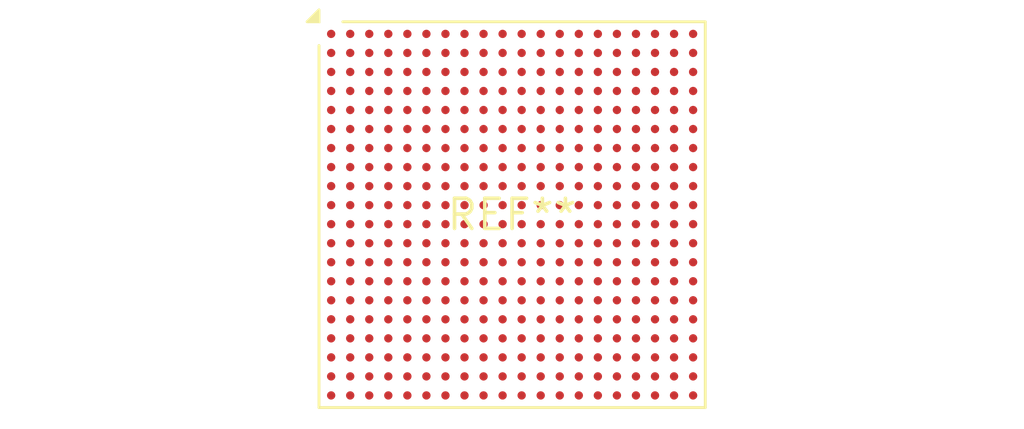
<source format=kicad_pcb>
(kicad_pcb (version 20240108) (generator pcbnew)
  (layers (0 "F.Cu" signal) (31 "B.Cu" signal) (34 "B.Paste" user) (35 "F.Paste" user) (36 "B.SilkS" user "B.Silkscreen") (37 "F.SilkS" user "F.Silkscreen") (38 "B.Mask" user) (39 "F.Mask" user) (44 "Edge.Cuts" user))
  (net 0 "")
  (footprint "LFBGA-400_16x16mm_Layout20x20_P0.8mm" (layer "F.Cu") (at 0 0)
    (property "Reference" "REF**")
    (property "Value" "LFBGA-400_16x16mm_Layout20x20_P0.8mm")
    (fp_line (start -8.11 8.11) (end -8.11 -7.11) (layer "F.SilkS") (stroke (width 0.12)))
    (fp_line (start -7.11 -8.11) (end 8.11 -8.11) (layer "F.SilkS") (stroke (width 0.12)))
    (fp_line (start 8.11 -8.11) (end 8.11 8.11) (layer "F.SilkS") (stroke (width 0.12)))
    (fp_line (start 8.11 8.11) (end -8.11 8.11) (layer "F.SilkS") (stroke (width 0.12)))
    (fp_poly (pts (xy -8.11 -8.11) (xy -8.61 -8.11) (xy -8.11 -8.61) (xy -8.11 -8.11)) (layer "F.SilkS") (stroke (width 0.12)) (fill solid))
    (pad "A1" smd circle (at -7.6 -7.6) (size 0.35 0.35) (property pad_prop_bga) (layers "F.Cu" "F.Paste" "F.Mask"))
    (pad "A2" smd circle (at -6.8 -7.6) (size 0.35 0.35) (property pad_prop_bga) (layers "F.Cu" "F.Paste" "F.Mask"))
    (pad "A3" smd circle (at -6 -7.6) (size 0.35 0.35) (property pad_prop_bga) (layers "F.Cu" "F.Paste" "F.Mask"))
    (pad "A4" smd circle (at -5.2 -7.6) (size 0.35 0.35) (property pad_prop_bga) (layers "F.Cu" "F.Paste" "F.Mask"))
    (pad "A5" smd circle (at -4.4 -7.6) (size 0.35 0.35) (property pad_prop_bga) (layers "F.Cu" "F.Paste" "F.Mask"))
    (pad "A6" smd circle (at -3.6 -7.6) (size 0.35 0.35) (property pad_prop_bga) (layers "F.Cu" "F.Paste" "F.Mask"))
    (pad "A7" smd circle (at -2.8 -7.6) (size 0.35 0.35) (property pad_prop_bga) (layers "F.Cu" "F.Paste" "F.Mask"))
    (pad "A8" smd circle (at -2 -7.6) (size 0.35 0.35) (property pad_prop_bga) (layers "F.Cu" "F.Paste" "F.Mask"))
    (pad "A9" smd circle (at -1.2 -7.6) (size 0.35 0.35) (property pad_prop_bga) (layers "F.Cu" "F.Paste" "F.Mask"))
    (pad "A10" smd circle (at -0.4 -7.6) (size 0.35 0.35) (property pad_prop_bga) (layers "F.Cu" "F.Paste" "F.Mask"))
    (pad "A11" smd circle (at 0.4 -7.6) (size 0.35 0.35) (property pad_prop_bga) (layers "F.Cu" "F.Paste" "F.Mask"))
    (pad "A12" smd circle (at 1.2 -7.6) (size 0.35 0.35) (property pad_prop_bga) (layers "F.Cu" "F.Paste" "F.Mask"))
    (pad "A13" smd circle (at 2 -7.6) (size 0.35 0.35) (property pad_prop_bga) (layers "F.Cu" "F.Paste" "F.Mask"))
    (pad "A14" smd circle (at 2.8 -7.6) (size 0.35 0.35) (property pad_prop_bga) (layers "F.Cu" "F.Paste" "F.Mask"))
    (pad "A15" smd circle (at 3.6 -7.6) (size 0.35 0.35) (property pad_prop_bga) (layers "F.Cu" "F.Paste" "F.Mask"))
    (pad "A16" smd circle (at 4.4 -7.6) (size 0.35 0.35) (property pad_prop_bga) (layers "F.Cu" "F.Paste" "F.Mask"))
    (pad "A17" smd circle (at 5.2 -7.6) (size 0.35 0.35) (property pad_prop_bga) (layers "F.Cu" "F.Paste" "F.Mask"))
    (pad "A18" smd circle (at 6 -7.6) (size 0.35 0.35) (property pad_prop_bga) (layers "F.Cu" "F.Paste" "F.Mask"))
    (pad "A19" smd circle (at 6.8 -7.6) (size 0.35 0.35) (property pad_prop_bga) (layers "F.Cu" "F.Paste" "F.Mask"))
    (pad "A20" smd circle (at 7.6 -7.6) (size 0.35 0.35) (property pad_prop_bga) (layers "F.Cu" "F.Paste" "F.Mask"))
    (pad "B1" smd circle (at -7.6 -6.8) (size 0.35 0.35) (property pad_prop_bga) (layers "F.Cu" "F.Paste" "F.Mask"))
    (pad "B2" smd circle (at -6.8 -6.8) (size 0.35 0.35) (property pad_prop_bga) (layers "F.Cu" "F.Paste" "F.Mask"))
    (pad "B3" smd circle (at -6 -6.8) (size 0.35 0.35) (property pad_prop_bga) (layers "F.Cu" "F.Paste" "F.Mask"))
    (pad "B4" smd circle (at -5.2 -6.8) (size 0.35 0.35) (property pad_prop_bga) (layers "F.Cu" "F.Paste" "F.Mask"))
    (pad "B5" smd circle (at -4.4 -6.8) (size 0.35 0.35) (property pad_prop_bga) (layers "F.Cu" "F.Paste" "F.Mask"))
    (pad "B6" smd circle (at -3.6 -6.8) (size 0.35 0.35) (property pad_prop_bga) (layers "F.Cu" "F.Paste" "F.Mask"))
    (pad "B7" smd circle (at -2.8 -6.8) (size 0.35 0.35) (property pad_prop_bga) (layers "F.Cu" "F.Paste" "F.Mask"))
    (pad "B8" smd circle (at -2 -6.8) (size 0.35 0.35) (property pad_prop_bga) (layers "F.Cu" "F.Paste" "F.Mask"))
    (pad "B9" smd circle (at -1.2 -6.8) (size 0.35 0.35) (property pad_prop_bga) (layers "F.Cu" "F.Paste" "F.Mask"))
    (pad "B10" smd circle (at -0.4 -6.8) (size 0.35 0.35) (property pad_prop_bga) (layers "F.Cu" "F.Paste" "F.Mask"))
    (pad "B11" smd circle (at 0.4 -6.8) (size 0.35 0.35) (property pad_prop_bga) (layers "F.Cu" "F.Paste" "F.Mask"))
    (pad "B12" smd circle (at 1.2 -6.8) (size 0.35 0.35) (property pad_prop_bga) (layers "F.Cu" "F.Paste" "F.Mask"))
    (pad "B13" smd circle (at 2 -6.8) (size 0.35 0.35) (property pad_prop_bga) (layers "F.Cu" "F.Paste" "F.Mask"))
    (pad "B14" smd circle (at 2.8 -6.8) (size 0.35 0.35) (property pad_prop_bga) (layers "F.Cu" "F.Paste" "F.Mask"))
    (pad "B15" smd circle (at 3.6 -6.8) (size 0.35 0.35) (property pad_prop_bga) (layers "F.Cu" "F.Paste" "F.Mask"))
    (pad "B16" smd circle (at 4.4 -6.8) (size 0.35 0.35) (property pad_prop_bga) (layers "F.Cu" "F.Paste" "F.Mask"))
    (pad "B17" smd circle (at 5.2 -6.8) (size 0.35 0.35) (property pad_prop_bga) (layers "F.Cu" "F.Paste" "F.Mask"))
    (pad "B18" smd circle (at 6 -6.8) (size 0.35 0.35) (property pad_prop_bga) (layers "F.Cu" "F.Paste" "F.Mask"))
    (pad "B19" smd circle (at 6.8 -6.8) (size 0.35 0.35) (property pad_prop_bga) (layers "F.Cu" "F.Paste" "F.Mask"))
    (pad "B20" smd circle (at 7.6 -6.8) (size 0.35 0.35) (property pad_prop_bga) (layers "F.Cu" "F.Paste" "F.Mask"))
    (pad "C1" smd circle (at -7.6 -6) (size 0.35 0.35) (property pad_prop_bga) (layers "F.Cu" "F.Paste" "F.Mask"))
    (pad "C2" smd circle (at -6.8 -6) (size 0.35 0.35) (property pad_prop_bga) (layers "F.Cu" "F.Paste" "F.Mask"))
    (pad "C3" smd circle (at -6 -6) (size 0.35 0.35) (property pad_prop_bga) (layers "F.Cu" "F.Paste" "F.Mask"))
    (pad "C4" smd circle (at -5.2 -6) (size 0.35 0.35) (property pad_prop_bga) (layers "F.Cu" "F.Paste" "F.Mask"))
    (pad "C5" smd circle (at -4.4 -6) (size 0.35 0.35) (property pad_prop_bga) (layers "F.Cu" "F.Paste" "F.Mask"))
    (pad "C6" smd circle (at -3.6 -6) (size 0.35 0.35) (property pad_prop_bga) (layers "F.Cu" "F.Paste" "F.Mask"))
    (pad "C7" smd circle (at -2.8 -6) (size 0.35 0.35) (property pad_prop_bga) (layers "F.Cu" "F.Paste" "F.Mask"))
    (pad "C8" smd circle (at -2 -6) (size 0.35 0.35) (property pad_prop_bga) (layers "F.Cu" "F.Paste" "F.Mask"))
    (pad "C9" smd circle (at -1.2 -6) (size 0.35 0.35) (property pad_prop_bga) (layers "F.Cu" "F.Paste" "F.Mask"))
    (pad "C10" smd circle (at -0.4 -6) (size 0.35 0.35) (property pad_prop_bga) (layers "F.Cu" "F.Paste" "F.Mask"))
    (pad "C11" smd circle (at 0.4 -6) (size 0.35 0.35) (property pad_prop_bga) (layers "F.Cu" "F.Paste" "F.Mask"))
    (pad "C12" smd circle (at 1.2 -6) (size 0.35 0.35) (property pad_prop_bga) (layers "F.Cu" "F.Paste" "F.Mask"))
    (pad "C13" smd circle (at 2 -6) (size 0.35 0.35) (property pad_prop_bga) (layers "F.Cu" "F.Paste" "F.Mask"))
    (pad "C14" smd circle (at 2.8 -6) (size 0.35 0.35) (property pad_prop_bga) (layers "F.Cu" "F.Paste" "F.Mask"))
    (pad "C15" smd circle (at 3.6 -6) (size 0.35 0.35) (property pad_prop_bga) (layers "F.Cu" "F.Paste" "F.Mask"))
    (pad "C16" smd circle (at 4.4 -6) (size 0.35 0.35) (property pad_prop_bga) (layers "F.Cu" "F.Paste" "F.Mask"))
    (pad "C17" smd circle (at 5.2 -6) (size 0.35 0.35) (property pad_prop_bga) (layers "F.Cu" "F.Paste" "F.Mask"))
    (pad "C18" smd circle (at 6 -6) (size 0.35 0.35) (property pad_prop_bga) (layers "F.Cu" "F.Paste" "F.Mask"))
    (pad "C19" smd circle (at 6.8 -6) (size 0.35 0.35) (property pad_prop_bga) (layers "F.Cu" "F.Paste" "F.Mask"))
    (pad "C20" smd circle (at 7.6 -6) (size 0.35 0.35) (property pad_prop_bga) (layers "F.Cu" "F.Paste" "F.Mask"))
    (pad "D1" smd circle (at -7.6 -5.2) (size 0.35 0.35) (property pad_prop_bga) (layers "F.Cu" "F.Paste" "F.Mask"))
    (pad "D2" smd circle (at -6.8 -5.2) (size 0.35 0.35) (property pad_prop_bga) (layers "F.Cu" "F.Paste" "F.Mask"))
    (pad "D3" smd circle (at -6 -5.2) (size 0.35 0.35) (property pad_prop_bga) (layers "F.Cu" "F.Paste" "F.Mask"))
    (pad "D4" smd circle (at -5.2 -5.2) (size 0.35 0.35) (property pad_prop_bga) (layers "F.Cu" "F.Paste" "F.Mask"))
    (pad "D5" smd circle (at -4.4 -5.2) (size 0.35 0.35) (property pad_prop_bga) (layers "F.Cu" "F.Paste" "F.Mask"))
    (pad "D6" smd circle (at -3.6 -5.2) (size 0.35 0.35) (property pad_prop_bga) (layers "F.Cu" "F.Paste" "F.Mask"))
    (pad "D7" smd circle (at -2.8 -5.2) (size 0.35 0.35) (property pad_prop_bga) (layers "F.Cu" "F.Paste" "F.Mask"))
    (pad "D8" smd circle (at -2 -5.2) (size 0.35 0.35) (property pad_prop_bga) (layers "F.Cu" "F.Paste" "F.Mask"))
    (pad "D9" smd circle (at -1.2 -5.2) (size 0.35 0.35) (property pad_prop_bga) (layers "F.Cu" "F.Paste" "F.Mask"))
    (pad "D10" smd circle (at -0.4 -5.2) (size 0.35 0.35) (property pad_prop_bga) (layers "F.Cu" "F.Paste" "F.Mask"))
    (pad "D11" smd circle (at 0.4 -5.2) (size 0.35 0.35) (property pad_prop_bga) (layers "F.Cu" "F.Paste" "F.Mask"))
    (pad "D12" smd circle (at 1.2 -5.2) (size 0.35 0.35) (property pad_prop_bga) (layers "F.Cu" "F.Paste" "F.Mask"))
    (pad "D13" smd circle (at 2 -5.2) (size 0.35 0.35) (property pad_prop_bga) (layers "F.Cu" "F.Paste" "F.Mask"))
    (pad "D14" smd circle (at 2.8 -5.2) (size 0.35 0.35) (property pad_prop_bga) (layers "F.Cu" "F.Paste" "F.Mask"))
    (pad "D15" smd circle (at 3.6 -5.2) (size 0.35 0.35) (property pad_prop_bga) (layers "F.Cu" "F.Paste" "F.Mask"))
    (pad "D16" smd circle (at 4.4 -5.2) (size 0.35 0.35) (property pad_prop_bga) (layers "F.Cu" "F.Paste" "F.Mask"))
    (pad "D17" smd circle (at 5.2 -5.2) (size 0.35 0.35) (property pad_prop_bga) (layers "F.Cu" "F.Paste" "F.Mask"))
    (pad "D18" smd circle (at 6 -5.2) (size 0.35 0.35) (property pad_prop_bga) (layers "F.Cu" "F.Paste" "F.Mask"))
    (pad "D19" smd circle (at 6.8 -5.2) (size 0.35 0.35) (property pad_prop_bga) (layers "F.Cu" "F.Paste" "F.Mask"))
    (pad "D20" smd circle (at 7.6 -5.2) (size 0.35 0.35) (property pad_prop_bga) (layers "F.Cu" "F.Paste" "F.Mask"))
    (pad "E1" smd circle (at -7.6 -4.4) (size 0.35 0.35) (property pad_prop_bga) (layers "F.Cu" "F.Paste" "F.Mask"))
    (pad "E2" smd circle (at -6.8 -4.4) (size 0.35 0.35) (property pad_prop_bga) (layers "F.Cu" "F.Paste" "F.Mask"))
    (pad "E3" smd circle (at -6 -4.4) (size 0.35 0.35) (property pad_prop_bga) (layers "F.Cu" "F.Paste" "F.Mask"))
    (pad "E4" smd circle (at -5.2 -4.4) (size 0.35 0.35) (property pad_prop_bga) (layers "F.Cu" "F.Paste" "F.Mask"))
    (pad "E5" smd circle (at -4.4 -4.4) (size 0.35 0.35) (property pad_prop_bga) (layers "F.Cu" "F.Paste" "F.Mask"))
    (pad "E6" smd circle (at -3.6 -4.4) (size 0.35 0.35) (property pad_prop_bga) (layers "F.Cu" "F.Paste" "F.Mask"))
    (pad "E7" smd circle (at -2.8 -4.4) (size 0.35 0.35) (property pad_prop_bga) (layers "F.Cu" "F.Paste" "F.Mask"))
    (pad "E8" smd circle (at -2 -4.4) (size 0.35 0.35) (property pad_prop_bga) (layers "F.Cu" "F.Paste" "F.Mask"))
    (pad "E9" smd circle (at -1.2 -4.4) (size 0.35 0.35) (property pad_prop_bga) (layers "F.Cu" "F.Paste" "F.Mask"))
    (pad "E10" smd circle (at -0.4 -4.4) (size 0.35 0.35) (property pad_prop_bga) (layers "F.Cu" "F.Paste" "F.Mask"))
    (pad "E11" smd circle (at 0.4 -4.4) (size 0.35 0.35) (property pad_prop_bga) (layers "F.Cu" "F.Paste" "F.Mask"))
    (pad "E12" smd circle (at 1.2 -4.4) (size 0.35 0.35) (property pad_prop_bga) (layers "F.Cu" "F.Paste" "F.Mask"))
    (pad "E13" smd circle (at 2 -4.4) (size 0.35 0.35) (property pad_prop_bga) (layers "F.Cu" "F.Paste" "F.Mask"))
    (pad "E14" smd circle (at 2.8 -4.4) (size 0.35 0.35) (property pad_prop_bga) (layers "F.Cu" "F.Paste" "F.Mask"))
    (pad "E15" smd circle (at 3.6 -4.4) (size 0.35 0.35) (property pad_prop_bga) (layers "F.Cu" "F.Paste" "F.Mask"))
    (pad "E16" smd circle (at 4.4 -4.4) (size 0.35 0.35) (property pad_prop_bga) (layers "F.Cu" "F.Paste" "F.Mask"))
    (pad "E17" smd circle (at 5.2 -4.4) (size 0.35 0.35) (property pad_prop_bga) (layers "F.Cu" "F.Paste" "F.Mask"))
    (pad "E18" smd circle (at 6 -4.4) (size 0.35 0.35) (property pad_prop_bga) (layers "F.Cu" "F.Paste" "F.Mask"))
    (pad "E19" smd circle (at 6.8 -4.4) (size 0.35 0.35) (property pad_prop_bga) (layers "F.Cu" "F.Paste" "F.Mask"))
    (pad "E20" smd circle (at 7.6 -4.4) (size 0.35 0.35) (property pad_prop_bga) (layers "F.Cu" "F.Paste" "F.Mask"))
    (pad "F1" smd circle (at -7.6 -3.6) (size 0.35 0.35) (property pad_prop_bga) (layers "F.Cu" "F.Paste" "F.Mask"))
    (pad "F2" smd circle (at -6.8 -3.6) (size 0.35 0.35) (property pad_prop_bga) (layers "F.Cu" "F.Paste" "F.Mask"))
    (pad "F3" smd circle (at -6 -3.6) (size 0.35 0.35) (property pad_prop_bga) (layers "F.Cu" "F.Paste" "F.Mask"))
    (pad "F4" smd circle (at -5.2 -3.6) (size 0.35 0.35) (property pad_prop_bga) (layers "F.Cu" "F.Paste" "F.Mask"))
    (pad "F5" smd circle (at -4.4 -3.6) (size 0.35 0.35) (property pad_prop_bga) (layers "F.Cu" "F.Paste" "F.Mask"))
    (pad "F6" smd circle (at -3.6 -3.6) (size 0.35 0.35) (property pad_prop_bga) (layers "F.Cu" "F.Paste" "F.Mask"))
    (pad "F7" smd circle (at -2.8 -3.6) (size 0.35 0.35) (property pad_prop_bga) (layers "F.Cu" "F.Paste" "F.Mask"))
    (pad "F8" smd circle (at -2 -3.6) (size 0.35 0.35) (property pad_prop_bga) (layers "F.Cu" "F.Paste" "F.Mask"))
    (pad "F9" smd circle (at -1.2 -3.6) (size 0.35 0.35) (property pad_prop_bga) (layers "F.Cu" "F.Paste" "F.Mask"))
    (pad "F10" smd circle (at -0.4 -3.6) (size 0.35 0.35) (property pad_prop_bga) (layers "F.Cu" "F.Paste" "F.Mask"))
    (pad "F11" smd circle (at 0.4 -3.6) (size 0.35 0.35) (property pad_prop_bga) (layers "F.Cu" "F.Paste" "F.Mask"))
    (pad "F12" smd circle (at 1.2 -3.6) (size 0.35 0.35) (property pad_prop_bga) (layers "F.Cu" "F.Paste" "F.Mask"))
    (pad "F13" smd circle (at 2 -3.6) (size 0.35 0.35) (property pad_prop_bga) (layers "F.Cu" "F.Paste" "F.Mask"))
    (pad "F14" smd circle (at 2.8 -3.6) (size 0.35 0.35) (property pad_prop_bga) (layers "F.Cu" "F.Paste" "F.Mask"))
    (pad "F15" smd circle (at 3.6 -3.6) (size 0.35 0.35) (property pad_prop_bga) (layers "F.Cu" "F.Paste" "F.Mask"))
    (pad "F16" smd circle (at 4.4 -3.6) (size 0.35 0.35) (property pad_prop_bga) (layers "F.Cu" "F.Paste" "F.Mask"))
    (pad "F17" smd circle (at 5.2 -3.6) (size 0.35 0.35) (property pad_prop_bga) (layers "F.Cu" "F.Paste" "F.Mask"))
    (pad "F18" smd circle (at 6 -3.6) (size 0.35 0.35) (property pad_prop_bga) (layers "F.Cu" "F.Paste" "F.Mask"))
    (pad "F19" smd circle (at 6.8 -3.6) (size 0.35 0.35) (property pad_prop_bga) (layers "F.Cu" "F.Paste" "F.Mask"))
    (pad "F20" smd circle (at 7.6 -3.6) (size 0.35 0.35) (property pad_prop_bga) (layers "F.Cu" "F.Paste" "F.Mask"))
    (pad "G1" smd circle (at -7.6 -2.8) (size 0.35 0.35) (property pad_prop_bga) (layers "F.Cu" "F.Paste" "F.Mask"))
    (pad "G2" smd circle (at -6.8 -2.8) (size 0.35 0.35) (property pad_prop_bga) (layers "F.Cu" "F.Paste" "F.Mask"))
    (pad "G3" smd circle (at -6 -2.8) (size 0.35 0.35) (property pad_prop_bga) (layers "F.Cu" "F.Paste" "F.Mask"))
    (pad "G4" smd circle (at -5.2 -2.8) (size 0.35 0.35) (property pad_prop_bga) (layers "F.Cu" "F.Paste" "F.Mask"))
    (pad "G5" smd circle (at -4.4 -2.8) (size 0.35 0.35) (property pad_prop_bga) (layers "F.Cu" "F.Paste" "F.Mask"))
    (pad "G6" smd circle (at -3.6 -2.8) (size 0.35 0.35) (property pad_prop_bga) (layers "F.Cu" "F.Paste" "F.Mask"))
    (pad "G7" smd circle (at -2.8 -2.8) (size 0.35 0.35) (property pad_prop_bga) (layers "F.Cu" "F.Paste" "F.Mask"))
    (pad "G8" smd circle (at -2 -2.8) (size 0.35 0.35) (property pad_prop_bga) (layers "F.Cu" "F.Paste" "F.Mask"))
    (pad "G9" smd circle (at -1.2 -2.8) (size 0.35 0.35) (property pad_prop_bga) (layers "F.Cu" "F.Paste" "F.Mask"))
    (pad "G10" smd circle (at -0.4 -2.8) (size 0.35 0.35) (property pad_prop_bga) (layers "F.Cu" "F.Paste" "F.Mask"))
    (pad "G11" smd circle (at 0.4 -2.8) (size 0.35 0.35) (property pad_prop_bga) (layers "F.Cu" "F.Paste" "F.Mask"))
    (pad "G12" smd circle (at 1.2 -2.8) (size 0.35 0.35) (property pad_prop_bga) (layers "F.Cu" "F.Paste" "F.Mask"))
    (pad "G13" smd circle (at 2 -2.8) (size 0.35 0.35) (property pad_prop_bga) (layers "F.Cu" "F.Paste" "F.Mask"))
    (pad "G14" smd circle (at 2.8 -2.8) (size 0.35 0.35) (property pad_prop_bga) (layers "F.Cu" "F.Paste" "F.Mask"))
    (pad "G15" smd circle (at 3.6 -2.8) (size 0.35 0.35) (property pad_prop_bga) (layers "F.Cu" "F.Paste" "F.Mask"))
    (pad "G16" smd circle (at 4.4 -2.8) (size 0.35 0.35) (property pad_prop_bga) (layers "F.Cu" "F.Paste" "F.Mask"))
    (pad "G17" smd circle (at 5.2 -2.8) (size 0.35 0.35) (property pad_prop_bga) (layers "F.Cu" "F.Paste" "F.Mask"))
    (pad "G18" smd circle (at 6 -2.8) (size 0.35 0.35) (property pad_prop_bga) (layers "F.Cu" "F.Paste" "F.Mask"))
    (pad "G19" smd circle (at 6.8 -2.8) (size 0.35 0.35) (property pad_prop_bga) (layers "F.Cu" "F.Paste" "F.Mask"))
    (pad "G20" smd circle (at 7.6 -2.8) (size 0.35 0.35) (property pad_prop_bga) (layers "F.Cu" "F.Paste" "F.Mask"))
    (pad "H1" smd circle (at -7.6 -2) (size 0.35 0.35) (property pad_prop_bga) (layers "F.Cu" "F.Paste" "F.Mask"))
    (pad "H2" smd circle (at -6.8 -2) (size 0.35 0.35) (property pad_prop_bga) (layers "F.Cu" "F.Paste" "F.Mask"))
    (pad "H3" smd circle (at -6 -2) (size 0.35 0.35) (property pad_prop_bga) (layers "F.Cu" "F.Paste" "F.Mask"))
    (pad "H4" smd circle (at -5.2 -2) (size 0.35 0.35) (property pad_prop_bga) (layers "F.Cu" "F.Paste" "F.Mask"))
    (pad "H5" smd circle (at -4.4 -2) (size 0.35 0.35) (property pad_prop_bga) (layers "F.Cu" "F.Paste" "F.Mask"))
    (pad "H6" smd circle (at -3.6 -2) (size 0.35 0.35) (property pad_prop_bga) (layers "F.Cu" "F.Paste" "F.Mask"))
    (pad "H7" smd circle (at -2.8 -2) (size 0.35 0.35) (property pad_prop_bga) (layers "F.Cu" "F.Paste" "F.Mask"))
    (pad "H8" smd circle (at -2 -2) (size 0.35 0.35) (property pad_prop_bga) (layers "F.Cu" "F.Paste" "F.Mask"))
    (pad "H9" smd circle (at -1.2 -2) (size 0.35 0.35) (property pad_prop_bga) (layers "F.Cu" "F.Paste" "F.Mask"))
    (pad "H10" smd circle (at -0.4 -2) (size 0.35 0.35) (property pad_prop_bga) (layers "F.Cu" "F.Paste" "F.Mask"))
    (pad "H11" smd circle (at 0.4 -2) (size 0.35 0.35) (property pad_prop_bga) (layers "F.Cu" "F.Paste" "F.Mask"))
    (pad "H12" smd circle (at 1.2 -2) (size 0.35 0.35) (property pad_prop_bga) (layers "F.Cu" "F.Paste" "F.Mask"))
    (pad "H13" smd circle (at 2 -2) (size 0.35 0.35) (property pad_prop_bga) (layers "F.Cu" "F.Paste" "F.Mask"))
    (pad "H14" smd circle (at 2.8 -2) (size 0.35 0.35) (property pad_prop_bga) (layers "F.Cu" "F.Paste" "F.Mask"))
    (pad "H15" smd circle (at 3.6 -2) (size 0.35 0.35) (property pad_prop_bga) (layers "F.Cu" "F.Paste" "F.Mask"))
    (pad "H16" smd circle (at 4.4 -2) (size 0.35 0.35) (property pad_prop_bga) (layers "F.Cu" "F.Paste" "F.Mask"))
    (pad "H17" smd circle (at 5.2 -2) (size 0.35 0.35) (property pad_prop_bga) (layers "F.Cu" "F.Paste" "F.Mask"))
    (pad "H18" smd circle (at 6 -2) (size 0.35 0.35) (property pad_prop_bga) (layers "F.Cu" "F.Paste" "F.Mask"))
    (pad "H19" smd circle (at 6.8 -2) (size 0.35 0.35) (property pad_prop_bga) (layers "F.Cu" "F.Paste" "F.Mask"))
    (pad "H20" smd circle (at 7.6 -2) (size 0.35 0.35) (property pad_prop_bga) (layers "F.Cu" "F.Paste" "F.Mask"))
    (pad "J1" smd circle (at -7.6 -1.2) (size 0.35 0.35) (property pad_prop_bga) (layers "F.Cu" "F.Paste" "F.Mask"))
    (pad "J2" smd circle (at -6.8 -1.2) (size 0.35 0.35) (property pad_prop_bga) (layers "F.Cu" "F.Paste" "F.Mask"))
    (pad "J3" smd circle (at -6 -1.2) (size 0.35 0.35) (property pad_prop_bga) (layers "F.Cu" "F.Paste" "F.Mask"))
    (pad "J4" smd circle (at -5.2 -1.2) (size 0.35 0.35) (property pad_prop_bga) (layers "F.Cu" "F.Paste" "F.Mask"))
    (pad "J5" smd circle (at -4.4 -1.2) (size 0.35 0.35) (property pad_prop_bga) (layers "F.Cu" "F.Paste" "F.Mask"))
    (pad "J6" smd circle (at -3.6 -1.2) (size 0.35 0.35) (property pad_prop_bga) (layers "F.Cu" "F.Paste" "F.Mask"))
    (pad "J7" smd circle (at -2.8 -1.2) (size 0.35 0.35) (property pad_prop_bga) (layers "F.Cu" "F.Paste" "F.Mask"))
    (pad "J8" smd circle (at -2 -1.2) (size 0.35 0.35) (property pad_prop_bga) (layers "F.Cu" "F.Paste" "F.Mask"))
    (pad "J9" smd circle (at -1.2 -1.2) (size 0.35 0.35) (property pad_prop_bga) (layers "F.Cu" "F.Paste" "F.Mask"))
    (pad "J10" smd circle (at -0.4 -1.2) (size 0.35 0.35) (property pad_prop_bga) (layers "F.Cu" "F.Paste" "F.Mask"))
    (pad "J11" smd circle (at 0.4 -1.2) (size 0.35 0.35) (property pad_prop_bga) (layers "F.Cu" "F.Paste" "F.Mask"))
    (pad "J12" smd circle (at 1.2 -1.2) (size 0.35 0.35) (property pad_prop_bga) (layers "F.Cu" "F.Paste" "F.Mask"))
    (pad "J13" smd circle (at 2 -1.2) (size 0.35 0.35) (property pad_prop_bga) (layers "F.Cu" "F.Paste" "F.Mask"))
    (pad "J14" smd circle (at 2.8 -1.2) (size 0.35 0.35) (property pad_prop_bga) (layers "F.Cu" "F.Paste" "F.Mask"))
    (pad "J15" smd circle (at 3.6 -1.2) (size 0.35 0.35) (property pad_prop_bga) (layers "F.Cu" "F.Paste" "F.Mask"))
    (pad "J16" smd circle (at 4.4 -1.2) (size 0.35 0.35) (property pad_prop_bga) (layers "F.Cu" "F.Paste" "F.Mask"))
    (pad "J17" smd circle (at 5.2 -1.2) (size 0.35 0.35) (property pad_prop_bga) (layers "F.Cu" "F.Paste" "F.Mask"))
    (pad "J18" smd circle (at 6 -1.2) (size 0.35 0.35) (property pad_prop_bga) (layers "F.Cu" "F.Paste" "F.Mask"))
    (pad "J19" smd circle (at 6.8 -1.2) (size 0.35 0.35) (property pad_prop_bga) (layers "F.Cu" "F.Paste" "F.Mask"))
    (pad "J20" smd circle (at 7.6 -1.2) (size 0.35 0.35) (property pad_prop_bga) (layers "F.Cu" "F.Paste" "F.Mask"))
    (pad "K1" smd circle (at -7.6 -0.4) (size 0.35 0.35) (property pad_prop_bga) (layers "F.Cu" "F.Paste" "F.Mask"))
    (pad "K2" smd circle (at -6.8 -0.4) (size 0.35 0.35) (property pad_prop_bga) (layers "F.Cu" "F.Paste" "F.Mask"))
    (pad "K3" smd circle (at -6 -0.4) (size 0.35 0.35) (property pad_prop_bga) (layers "F.Cu" "F.Paste" "F.Mask"))
    (pad "K4" smd circle (at -5.2 -0.4) (size 0.35 0.35) (property pad_prop_bga) (layers "F.Cu" "F.Paste" "F.Mask"))
    (pad "K5" smd circle (at -4.4 -0.4) (size 0.35 0.35) (property pad_prop_bga) (layers "F.Cu" "F.Paste" "F.Mask"))
    (pad "K6" smd circle (at -3.6 -0.4) (size 0.35 0.35) (property pad_prop_bga) (layers "F.Cu" "F.Paste" "F.Mask"))
    (pad "K7" smd circle (at -2.8 -0.4) (size 0.35 0.35) (property pad_prop_bga) (layers "F.Cu" "F.Paste" "F.Mask"))
    (pad "K8" smd circle (at -2 -0.4) (size 0.35 0.35) (property pad_prop_bga) (layers "F.Cu" "F.Paste" "F.Mask"))
    (pad "K9" smd circle (at -1.2 -0.4) (size 0.35 0.35) (property pad_prop_bga) (layers "F.Cu" "F.Paste" "F.Mask"))
    (pad "K10" smd circle (at -0.4 -0.4) (size 0.35 0.35) (property pad_prop_bga) (layers "F.Cu" "F.Paste" "F.Mask"))
    (pad "K11" smd circle (at 0.4 -0.4) (size 0.35 0.35) (property pad_prop_bga) (layers "F.Cu" "F.Paste" "F.Mask"))
    (pad "K12" smd circle (at 1.2 -0.4) (size 0.35 0.35) (property pad_prop_bga) (layers "F.Cu" "F.Paste" "F.Mask"))
    (pad "K13" smd circle (at 2 -0.4) (size 0.35 0.35) (property pad_prop_bga) (layers "F.Cu" "F.Paste" "F.Mask"))
    (pad "K14" smd circle (at 2.8 -0.4) (size 0.35 0.35) (property pad_prop_bga) (layers "F.Cu" "F.Paste" "F.Mask"))
    (pad "K15" smd circle (at 3.6 -0.4) (size 0.35 0.35) (property pad_prop_bga) (layers "F.Cu" "F.Paste" "F.Mask"))
    (pad "K16" smd circle (at 4.4 -0.4) (size 0.35 0.35) (property pad_prop_bga) (layers "F.Cu" "F.Paste" "F.Mask"))
    (pad "K17" smd circle (at 5.2 -0.4) (size 0.35 0.35) (property pad_prop_bga) (layers "F.Cu" "F.Paste" "F.Mask"))
    (pad "K18" smd circle (at 6 -0.4) (size 0.35 0.35) (property pad_prop_bga) (layers "F.Cu" "F.Paste" "F.Mask"))
    (pad "K19" smd circle (at 6.8 -0.4) (size 0.35 0.35) (property pad_prop_bga) (layers "F.Cu" "F.Paste" "F.Mask"))
    (pad "K20" smd circle (at 7.6 -0.4) (size 0.35 0.35) (property pad_prop_bga) (layers "F.Cu" "F.Paste" "F.Mask"))
    (pad "L1" smd circle (at -7.6 0.4) (size 0.35 0.35) (property pad_prop_bga) (layers "F.Cu" "F.Paste" "F.Mask"))
    (pad "L2" smd circle (at -6.8 0.4) (size 0.35 0.35) (property pad_prop_bga) (layers "F.Cu" "F.Paste" "F.Mask"))
    (pad "L3" smd circle (at -6 0.4) (size 0.35 0.35) (property pad_prop_bga) (layers "F.Cu" "F.Paste" "F.Mask"))
    (pad "L4" smd circle (at -5.2 0.4) (size 0.35 0.35) (property pad_prop_bga) (layers "F.Cu" "F.Paste" "F.Mask"))
    (pad "L5" smd circle (at -4.4 0.4) (size 0.35 0.35) (property pad_prop_bga) (layers "F.Cu" "F.Paste" "F.Mask"))
    (pad "L6" smd circle (at -3.6 0.4) (size 0.35 0.35) (property pad_prop_bga) (layers "F.Cu" "F.Paste" "F.Mask"))
    (pad "L7" smd circle (at -2.8 0.4) (size 0.35 0.35) (property pad_prop_bga) (layers "F.Cu" "F.Paste" "F.Mask"))
    (pad "L8" smd circle (at -2 0.4) (size 0.35 0.35) (property pad_prop_bga) (layers "F.Cu" "F.Paste" "F.Mask"))
    (pad "L9" smd circle (at -1.2 0.4) (size 0.35 0.35) (property pad_prop_bga) (layers "F.Cu" "F.Paste" "F.Mask"))
    (pad "L10" smd circle (at -0.4 0.4) (size 0.35 0.35) (property pad_prop_bga) (layers "F.Cu" "F.Paste" "F.Mask"))
    (pad "L11" smd circle (at 0.4 0.4) (size 0.35 0.35) (property pad_prop_bga) (layers "F.Cu" "F.Paste" "F.Mask"))
    (pad "L12" smd circle (at 1.2 0.4) (size 0.35 0.35) (property pad_prop_bga) (layers "F.Cu" "F.Paste" "F.Mask"))
    (pad "L13" smd circle (at 2 0.4) (size 0.35 0.35) (property pad_prop_bga) (layers "F.Cu" "F.Paste" "F.Mask"))
    (pad "L14" smd circle (at 2.8 0.4) (size 0.35 0.35) (property pad_prop_bga) (layers "F.Cu" "F.Paste" "F.Mask"))
    (pad "L15" smd circle (at 3.6 0.4) (size 0.35 0.35) (property pad_prop_bga) (layers "F.Cu" "F.Paste" "F.Mask"))
    (pad "L16" smd circle (at 4.4 0.4) (size 0.35 0.35) (property pad_prop_bga) (layers "F.Cu" "F.Paste" "F.Mask"))
    (pad "L17" smd circle (at 5.2 0.4) (size 0.35 0.35) (property pad_prop_bga) (layers "F.Cu" "F.Paste" "F.Mask"))
    (pad "L18" smd circle (at 6 0.4) (size 0.35 0.35) (property pad_prop_bga) (layers "F.Cu" "F.Paste" "F.Mask"))
    (pad "L19" smd circle (at 6.8 0.4) (size 0.35 0.35) (property pad_prop_bga) (layers "F.Cu" "F.Paste" "F.Mask"))
    (pad "L20" smd circle (at 7.6 0.4) (size 0.35 0.35) (property pad_prop_bga) (layers "F.Cu" "F.Paste" "F.Mask"))
    (pad "M1" smd circle (at -7.6 1.2) (size 0.35 0.35) (property pad_prop_bga) (layers "F.Cu" "F.Paste" "F.Mask"))
    (pad "M2" smd circle (at -6.8 1.2) (size 0.35 0.35) (property pad_prop_bga) (layers "F.Cu" "F.Paste" "F.Mask"))
    (pad "M3" smd circle (at -6 1.2) (size 0.35 0.35) (property pad_prop_bga) (layers "F.Cu" "F.Paste" "F.Mask"))
    (pad "M4" smd circle (at -5.2 1.2) (size 0.35 0.35) (property pad_prop_bga) (layers "F.Cu" "F.Paste" "F.Mask"))
    (pad "M5" smd circle (at -4.4 1.2) (size 0.35 0.35) (property pad_prop_bga) (layers "F.Cu" "F.Paste" "F.Mask"))
    (pad "M6" smd circle (at -3.6 1.2) (size 0.35 0.35) (property pad_prop_bga) (layers "F.Cu" "F.Paste" "F.Mask"))
    (pad "M7" smd circle (at -2.8 1.2) (size 0.35 0.35) (property pad_prop_bga) (layers "F.Cu" "F.Paste" "F.Mask"))
    (pad "M8" smd circle (at -2 1.2) (size 0.35 0.35) (property pad_prop_bga) (layers "F.Cu" "F.Paste" "F.Mask"))
    (pad "M9" smd circle (at -1.2 1.2) (size 0.35 0.35) (property pad_prop_bga) (layers "F.Cu" "F.Paste" "F.Mask"))
    (pad "M10" smd circle (at -0.4 1.2) (size 0.35 0.35) (property pad_prop_bga) (layers "F.Cu" "F.Paste" "F.Mask"))
    (pad "M11" smd circle (at 0.4 1.2) (size 0.35 0.35) (property pad_prop_bga) (layers "F.Cu" "F.Paste" "F.Mask"))
    (pad "M12" smd circle (at 1.2 1.2) (size 0.35 0.35) (property pad_prop_bga) (layers "F.Cu" "F.Paste" "F.Mask"))
    (pad "M13" smd circle (at 2 1.2) (size 0.35 0.35) (property pad_prop_bga) (layers "F.Cu" "F.Paste" "F.Mask"))
    (pad "M14" smd circle (at 2.8 1.2) (size 0.35 0.35) (property pad_prop_bga) (layers "F.Cu" "F.Paste" "F.Mask"))
    (pad "M15" smd circle (at 3.6 1.2) (size 0.35 0.35) (property pad_prop_bga) (layers "F.Cu" "F.Paste" "F.Mask"))
    (pad "M16" smd circle (at 4.4 1.2) (size 0.35 0.35) (property pad_prop_bga) (layers "F.Cu" "F.Paste" "F.Mask"))
    (pad "M17" smd circle (at 5.2 1.2) (size 0.35 0.35) (property pad_prop_bga) (layers "F.Cu" "F.Paste" "F.Mask"))
    (pad "M18" smd circle (at 6 1.2) (size 0.35 0.35) (property pad_prop_bga) (layers "F.Cu" "F.Paste" "F.Mask"))
    (pad "M19" smd circle (at 6.8 1.2) (size 0.35 0.35) (property pad_prop_bga) (layers "F.Cu" "F.Paste" "F.Mask"))
    (pad "M20" smd circle (at 7.6 1.2) (size 0.35 0.35) (property pad_prop_bga) (layers "F.Cu" "F.Paste" "F.Mask"))
    (pad "N1" smd circle (at -7.6 2) (size 0.35 0.35) (property pad_prop_bga) (layers "F.Cu" "F.Paste" "F.Mask"))
    (pad "N2" smd circle (at -6.8 2) (size 0.35 0.35) (property pad_prop_bga) (layers "F.Cu" "F.Paste" "F.Mask"))
    (pad "N3" smd circle (at -6 2) (size 0.35 0.35) (property pad_prop_bga) (layers "F.Cu" "F.Paste" "F.Mask"))
    (pad "N4" smd circle (at -5.2 2) (size 0.35 0.35) (property pad_prop_bga) (layers "F.Cu" "F.Paste" "F.Mask"))
    (pad "N5" smd circle (at -4.4 2) (size 0.35 0.35) (property pad_prop_bga) (layers "F.Cu" "F.Paste" "F.Mask"))
    (pad "N6" smd circle (at -3.6 2) (size 0.35 0.35) (property pad_prop_bga) (layers "F.Cu" "F.Paste" "F.Mask"))
    (pad "N7" smd circle (at -2.8 2) (size 0.35 0.35) (property pad_prop_bga) (layers "F.Cu" "F.Paste" "F.Mask"))
    (pad "N8" smd circle (at -2 2) (size 0.35 0.35) (property pad_prop_bga) (layers "F.Cu" "F.Paste" "F.Mask"))
    (pad "N9" smd circle (at -1.2 2) (size 0.35 0.35) (property pad_prop_bga) (layers "F.Cu" "F.Paste" "F.Mask"))
    (pad "N10" smd circle (at -0.4 2) (size 0.35 0.35) (property pad_prop_bga) (layers "F.Cu" "F.Paste" "F.Mask"))
    (pad "N11" smd circle (at 0.4 2) (size 0.35 0.35) (property pad_prop_bga) (layers "F.Cu" "F.Paste" "F.Mask"))
    (pad "N12" smd circle (at 1.2 2) (size 0.35 0.35) (property pad_prop_bga) (layers "F.Cu" "F.Paste" "F.Mask"))
    (pad "N13" smd circle (at 2 2) (size 0.35 0.35) (property pad_prop_bga) (layers "F.Cu" "F.Paste" "F.Mask"))
    (pad "N14" smd circle (at 2.8 2) (size 0.35 0.35) (property pad_prop_bga) (layers "F.Cu" "F.Paste" "F.Mask"))
    (pad "N15" smd circle (at 3.6 2) (size 0.35 0.35) (property pad_prop_bga) (layers "F.Cu" "F.Paste" "F.Mask"))
    (pad "N16" smd circle (at 4.4 2) (size 0.35 0.35) (property pad_prop_bga) (layers "F.Cu" "F.Paste" "F.Mask"))
    (pad "N17" smd circle (at 5.2 2) (size 0.35 0.35) (property pad_prop_bga) (layers "F.Cu" "F.Paste" "F.Mask"))
    (pad "N18" smd circle (at 6 2) (size 0.35 0.35) (property pad_prop_bga) (layers "F.Cu" "F.Paste" "F.Mask"))
    (pad "N19" smd circle (at 6.8 2) (size 0.35 0.35) (property pad_prop_bga) (layers "F.Cu" "F.Paste" "F.Mask"))
    (pad "N20" smd circle (at 7.6 2) (size 0.35 0.35) (property pad_prop_bga) (layers "F.Cu" "F.Paste" "F.Mask"))
    (pad "P1" smd circle (at -7.6 2.8) (size 0.35 0.35) (property pad_prop_bga) (layers "F.Cu" "F.Paste" "F.Mask"))
    (pad "P2" smd circle (at -6.8 2.8) (size 0.35 0.35) (property pad_prop_bga) (layers "F.Cu" "F.Paste" "F.Mask"))
    (pad "P3" smd circle (at -6 2.8) (size 0.35 0.35) (property pad_prop_bga) (layers "F.Cu" "F.Paste" "F.Mask"))
    (pad "P4" smd circle (at -5.2 2.8) (size 0.35 0.35) (property pad_prop_bga) (layers "F.Cu" "F.Paste" "F.Mask"))
    (pad "P5" smd circle (at -4.4 2.8) (size 0.35 0.35) (property pad_prop_bga) (layers "F.Cu" "F.Paste" "F.Mask"))
    (pad "P6" smd circle (at -3.6 2.8) (size 0.35 0.35) (property pad_prop_bga) (layers "F.Cu" "F.Paste" "F.Mask"))
    (pad "P7" smd circle (at -2.8 2.8) (size 0.35 0.35) (property pad_prop_bga) (layers "F.Cu" "F.Paste" "F.Mask"))
    (pad "P8" smd circle (at -2 2.8) (size 0.35 0.35) (property pad_prop_bga) (layers "F.Cu" "F.Paste" "F.Mask"))
    (pad "P9" smd circle (at -1.2 2.8) (size 0.35 0.35) (property pad_prop_bga) (layers "F.Cu" "F.Paste" "F.Mask"))
    (pad "P10" smd circle (at -0.4 2.8) (size 0.35 0.35) (property pad_prop_bga) (layers "F.Cu" "F.Paste" "F.Mask"))
    (pad "P11" smd circle (at 0.4 2.8) (size 0.35 0.35) (property pad_prop_bga) (layers "F.Cu" "F.Paste" "F.Mask"))
    (pad "P12" smd circle (at 1.2 2.8) (size 0.35 0.35) (property pad_prop_bga) (layers "F.Cu" "F.Paste" "F.Mask"))
    (pad "P13" smd circle (at 2 2.8) (size 0.35 0.35) (property pad_prop_bga) (layers "F.Cu" "F.Paste" "F.Mask"))
    (pad "P14" smd circle (at 2.8 2.8) (size 0.35 0.35) (property pad_prop_bga) (layers "F.Cu" "F.Paste" "F.Mask"))
    (pad "P15" smd circle (at 3.6 2.8) (size 0.35 0.35) (property pad_prop_bga) (layers "F.Cu" "F.Paste" "F.Mask"))
    (pad "P16" smd circle (at 4.4 2.8) (size 0.35 0.35) (property pad_prop_bga) (layers "F.Cu" "F.Paste" "F.Mask"))
    (pad "P17" smd circle (at 5.2 2.8) (size 0.35 0.35) (property pad_prop_bga) (layers "F.Cu" "F.Paste" "F.Mask"))
    (pad "P18" smd circle (at 6 2.8) (size 0.35 0.35) (property pad_prop_bga) (layers "F.Cu" "F.Paste" "F.Mask"))
    (pad "P19" smd circle (at 6.8 2.8) (size 0.35 0.35) (property pad_prop_bga) (layers "F.Cu" "F.Paste" "F.Mask"))
    (pad "P20" smd circle (at 7.6 2.8) (size 0.35 0.35) (property pad_prop_bga) (layers "F.Cu" "F.Paste" "F.Mask"))
    (pad "R1" smd circle (at -7.6 3.6) (size 0.35 0.35) (property pad_prop_bga) (layers "F.Cu" "F.Paste" "F.Mask"))
    (pad "R2" smd circle (at -6.8 3.6) (size 0.35 0.35) (property pad_prop_bga) (layers "F.Cu" "F.Paste" "F.Mask"))
    (pad "R3" smd circle (at -6 3.6) (size 0.35 0.35) (property pad_prop_bga) (layers "F.Cu" "F.Paste" "F.Mask"))
    (pad "R4" smd circle (at -5.2 3.6) (size 0.35 0.35) (property pad_prop_bga) (layers "F.Cu" "F.Paste" "F.Mask"))
    (pad "R5" smd circle (at -4.4 3.6) (size 0.35 0.35) (property pad_prop_bga) (layers "F.Cu" "F.Paste" "F.Mask"))
    (pad "R6" smd circle (at -3.6 3.6) (size 0.35 0.35) (property pad_prop_bga) (layers "F.Cu" "F.Paste" "F.Mask"))
    (pad "R7" smd circle (at -2.8 3.6) (size 0.35 0.35) (property pad_prop_bga) (layers "F.Cu" "F.Paste" "F.Mask"))
    (pad "R8" smd circle (at -2 3.6) (size 0.35 0.35) (property pad_prop_bga) (layers "F.Cu" "F.Paste" "F.Mask"))
    (pad "R9" smd circle (at -1.2 3.6) (size 0.35 0.35) (property pad_prop_bga) (layers "F.Cu" "F.Paste" "F.Mask"))
    (pad "R10" smd circle (at -0.4 3.6) (size 0.35 0.35) (property pad_prop_bga) (layers "F.Cu" "F.Paste" "F.Mask"))
    (pad "R11" smd circle (at 0.4 3.6) (size 0.35 0.35) (property pad_prop_bga) (layers "F.Cu" "F.Paste" "F.Mask"))
    (pad "R12" smd circle (at 1.2 3.6) (size 0.35 0.35) (property pad_prop_bga) (layers "F.Cu" "F.Paste" "F.Mask"))
    (pad "R13" smd circle (at 2 3.6) (size 0.35 0.35) (property pad_prop_bga) (layers "F.Cu" "F.Paste" "F.Mask"))
    (pad "R14" smd circle (at 2.8 3.6) (size 0.35 0.35) (property pad_prop_bga) (layers "F.Cu" "F.Paste" "F.Mask"))
    (pad "R15" smd circle (at 3.6 3.6) (size 0.35 0.35) (property pad_prop_bga) (layers "F.Cu" "F.Paste" "F.Mask"))
    (pad "R16" smd circle (at 4.4 3.6) (size 0.35 0.35) (property pad_prop_bga) (layers "F.Cu" "F.Paste" "F.Mask"))
    (pad "R17" smd circle (at 5.2 3.6) (size 0.35 0.35) (property pad_prop_bga) (layers "F.Cu" "F.Paste" "F.Mask"))
    (pad "R18" smd circle (at 6 3.6) (size 0.35 0.35) (property pad_prop_bga) (layers "F.Cu" "F.Paste" "F.Mask"))
    (pad "R19" smd circle (at 6.8 3.6) (size 0.35 0.35) (property pad_prop_bga) (layers "F.Cu" "F.Paste" "F.Mask"))
    (pad "R20" smd circle (at 7.6 3.6) (size 0.35 0.35) (property pad_prop_bga) (layers "F.Cu" "F.Paste" "F.Mask"))
    (pad "T1" smd circle (at -7.6 4.4) (size 0.35 0.35) (property pad_prop_bga) (layers "F.Cu" "F.Paste" "F.Mask"))
    (pad "T2" smd circle (at -6.8 4.4) (size 0.35 0.35) (property pad_prop_bga) (layers "F.Cu" "F.Paste" "F.Mask"))
    (pad "T3" smd circle (at -6 4.4) (size 0.35 0.35) (property pad_prop_bga) (layers "F.Cu" "F.Paste" "F.Mask"))
    (pad "T4" smd circle (at -5.2 4.4) (size 0.35 0.35) (property pad_prop_bga) (layers "F.Cu" "F.Paste" "F.Mask"))
    (pad "T5" smd circle (at -4.4 4.4) (size 0.35 0.35) (property pad_prop_bga) (layers "F.Cu" "F.Paste" "F.Mask"))
    (pad "T6" smd circle (at -3.6 4.4) (size 0.35 0.35) (property pad_prop_bga) (layers "F.Cu" "F.Paste" "F.Mask"))
    (pad "T7" smd circle (at -2.8 4.4) (size 0.35 0.35) (property pad_prop_bga) (layers "F.Cu" "F.Paste" "F.Mask"))
    (pad "T8" smd circle (at -2 4.4) (size 0.35 0.35) (property pad_prop_bga) (layers "F.Cu" "F.Paste" "F.Mask"))
    (pad "T9" smd circle (at -1.2 4.4) (size 0.35 0.35) (property pad_prop_bga) (layers "F.Cu" "F.Paste" "F.Mask"))
    (pad "T10" smd circle (at -0.4 4.4) (size 0.35 0.35) (property pad_prop_bga) (layers "F.Cu" "F.Paste" "F.Mask"))
    (pad "T11" smd circle (at 0.4 4.4) (size 0.35 0.35) (property pad_prop_bga) (layers "F.Cu" "F.Paste" "F.Mask"))
    (pad "T12" smd circle (at 1.2 4.4) (size 0.35 0.35) (property pad_prop_bga) (layers "F.Cu" "F.Paste" "F.Mask"))
    (pad "T13" smd circle (at 2 4.4) (size 0.35 0.35) (property pad_prop_bga) (layers "F.Cu" "F.Paste" "F.Mask"))
    (pad "T14" smd circle (at 2.8 4.4) (size 0.35 0.35) (property pad_prop_bga) (layers "F.Cu" "F.Paste" "F.Mask"))
    (pad "T15" smd circle (at 3.6 4.4) (size 0.35 0.35) (property pad_prop_bga) (layers "F.Cu" "F.Paste" "F.Mask"))
    (pad "T16" smd circle (at 4.4 4.4) (size 0.35 0.35) (property pad_prop_bga) (layers "F.Cu" "F.Paste" "F.Mask"))
    (pad "T17" smd circle (at 5.2 4.4) (size 0.35 0.35) (property pad_prop_bga) (layers "F.Cu" "F.Paste" "F.Mask"))
    (pad "T18" smd circle (at 6 4.4) (size 0.35 0.35) (property pad_prop_bga) (layers "F.Cu" "F.Paste" "F.Mask"))
    (pad "T19" smd circle (at 6.8 4.4) (size 0.35 0.35) (property pad_prop_bga) (layers "F.Cu" "F.Paste" "F.Mask"))
    (pad "T20" smd circle (at 7.6 4.4) (size 0.35 0.35) (property pad_prop_bga) (layers "F.Cu" "F.Paste" "F.Mask"))
    (pad "U1" smd circle (at -7.6 5.2) (size 0.35 0.35) (property pad_prop_bga) (layers "F.Cu" "F.Paste" "F.Mask"))
    (pad "U2" smd circle (at -6.8 5.2) (size 0.35 0.35) (property pad_prop_bga) (layers "F.Cu" "F.Paste" "F.Mask"))
    (pad "U3" smd circle (at -6 5.2) (size 0.35 0.35) (property pad_prop_bga) (layers "F.Cu" "F.Paste" "F.Mask"))
    (pad "U4" smd circle (at -5.2 5.2) (size 0.35 0.35) (property pad_prop_bga) (layers "F.Cu" "F.Paste" "F.Mask"))
    (pad "U5" smd circle (at -4.4 5.2) (size 0.35 0.35) (property pad_prop_bga) (layers "F.Cu" "F.Paste" "F.Mask"))
    (pad "U6" smd circle (at -3.6 5.2) (size 0.35 0.35) (property pad_prop_bga) (layers "F.Cu" "F.Paste" "F.Mask"))
    (pad "U7" smd circle (at -2.8 5.2) (size 0.35 0.35) (property pad_prop_bga) (layers "F.Cu" "F.Paste" "F.Mask"))
    (pad "U8" smd circle (at -2 5.2) (size 0.35 0.35) (property pad_prop_bga) (layers "F.Cu" "F.Paste" "F.Mask"))
    (pad "U9" smd circle (at -1.2 5.2) (size 0.35 0.35) (property pad_prop_bga) (layers "F.Cu" "F.Paste" "F.Mask"))
    (pad "U10" smd circle (at -0.4 5.2) (size 0.35 0.35) (property pad_prop_bga) (layers "F.Cu" "F.Paste" "F.Mask"))
    (pad "U11" smd circle (at 0.4 5.2) (size 0.35 0.35) (property pad_prop_bga) (layers "F.Cu" "F.Paste" "F.Mask"))
    (pad "U12" smd circle (at 1.2 5.2) (size 0.35 0.35) (property pad_prop_bga) (layers "F.Cu" "F.Paste" "F.Mask"))
    (pad "U13" smd circle (at 2 5.2) (size 0.35 0.35) (property pad_prop_bga) (layers "F.Cu" "F.Paste" "F.Mask"))
    (pad "U14" smd circle (at 2.8 5.2) (size 0.35 0.35) (property pad_prop_bga) (layers "F.Cu" "F.Paste" "F.Mask"))
    (pad "U15" smd circle (at 3.6 5.2) (size 0.35 0.35) (property pad_prop_bga) (layers "F.Cu" "F.Paste" "F.Mask"))
    (pad "U16" smd circle (at 4.4 5.2) (size 0.35 0.35) (property pad_prop_bga) (layers "F.Cu" "F.Paste" "F.Mask"))
    (pad "U17" smd circle (at 5.2 5.2) (size 0.35 0.35) (property pad_prop_bga) (layers "F.Cu" "F.Paste" "F.Mask"))
    (pad "U18" smd circle (at 6 5.2) (size 0.35 0.35) (property pad_prop_bga) (layers "F.Cu" "F.Paste" "F.Mask"))
    (pad "U19" smd circle (at 6.8 5.2) (size 0.35 0.35) (property pad_prop_bga) (layers "F.Cu" "F.Paste" "F.Mask"))
    (pad "U20" smd circle (at 7.6 5.2) (size 0.35 0.35) (property pad_prop_bga) (layers "F.Cu" "F.Paste" "F.Mask"))
    (pad "V1" smd circle (at -7.6 6) (size 0.35 0.35) (property pad_prop_bga) (layers "F.Cu" "F.Paste" "F.Mask"))
    (pad "V2" smd circle (at -6.8 6) (size 0.35 0.35) (property pad_prop_bga) (layers "F.Cu" "F.Paste" "F.Mask"))
    (pad "V3" smd circle (at -6 6) (size 0.35 0.35) (property pad_prop_bga) (layers "F.Cu" "F.Paste" "F.Mask"))
    (pad "V4" smd circle (at -5.2 6) (size 0.35 0.35) (property pad_prop_bga) (layers "F.Cu" "F.Paste" "F.Mask"))
    (pad "V5" smd circle (at -4.4 6) (size 0.35 0.35) (property pad_prop_bga) (layers "F.Cu" "F.Paste" "F.Mask"))
    (pad "V6" smd circle (at -3.6 6) (size 0.35 0.35) (property pad_prop_bga) (layers "F.Cu" "F.Paste" "F.Mask"))
    (pad "V7" smd circle (at -2.8 6) (size 0.35 0.35) (property pad_prop_bga) (layers "F.Cu" "F.Paste" "F.Mask"))
    (pad "V8" smd circle (at -2 6) (size 0.35 0.35) (property pad_prop_bga) (layers "F.Cu" "F.Paste" "F.Mask"))
    (pad "V9" smd circle (at -1.2 6) (size 0.35 0.35) (property pad_prop_bga) (layers "F.Cu" "F.Paste" "F.Mask"))
    (pad "V10" smd circle (at -0.4 6) (size 0.35 0.35) (property pad_prop_bga) (layers "F.Cu" "F.Paste" "F.Mask"))
    (pad "V11" smd circle (at 0.4 6) (size 0.35 0.35) (property pad_prop_bga) (layers "F.Cu" "F.Paste" "F.Mask"))
    (pad "V12" smd circle (at 1.2 6) (size 0.35 0.35) (property pad_prop_bga) (layers "F.Cu" "F.Paste" "F.Mask"))
    (pad "V13" smd circle (at 2 6) (size 0.35 0.35) (property pad_prop_bga) (layers "F.Cu" "F.Paste" "F.Mask"))
    (pad "V14" smd circle (at 2.8 6) (size 0.35 0.35) (property pad_prop_bga) (layers "F.Cu" "F.Paste" "F.Mask"))
    (pad "V15" smd circle (at 3.6 6) (size 0.35 0.35) (property pad_prop_bga) (layers "F.Cu" "F.Paste" "F.Mask"))
    (pad "V16" smd circle (at 4.4 6) (size 0.35 0.35) (property pad_prop_bga) (layers "F.Cu" "F.Paste" "F.Mask"))
    (pad "V17" smd circle (at 5.2 6) (size 0.35 0.35) (property pad_prop_bga) (layers "F.Cu" "F.Paste" "F.Mask"))
    (pad "V18" smd circle (at 6 6) (size 0.35 0.35) (property pad_prop_bga) (layers "F.Cu" "F.Paste" "F.Mask"))
    (pad "V19" smd circle (at 6.8 6) (size 0.35 0.35) (property pad_prop_bga) (layers "F.Cu" "F.Paste" "F.Mask"))
    (pad "V20" smd circle (at 7.6 6) (size 0.35 0.35) (property pad_prop_bga) (layers "F.Cu" "F.Paste" "F.Mask"))
    (pad "W1" smd circle (at -7.6 6.8) (size 0.35 0.35) (property pad_prop_bga) (layers "F.Cu" "F.Paste" "F.Mask"))
    (pad "W2" smd circle (at -6.8 6.8) (size 0.35 0.35) (property pad_prop_bga) (layers "F.Cu" "F.Paste" "F.Mask"))
    (pad "W3" smd circle (at -6 6.8) (size 0.35 0.35) (property pad_prop_bga) (layers "F.Cu" "F.Paste" "F.Mask"))
    (pad "W4" smd circle (at -5.2 6.8) (size 0.35 0.35) (property pad_prop_bga) (layers "F.Cu" "F.Paste" "F.Mask"))
    (pad "W5" smd circle (at -4.4 6.8) (size 0.35 0.35) (property pad_prop_bga) (layers "F.Cu" "F.Paste" "F.Mask"))
    (pad "W6" smd circle (at -3.6 6.8) (size 0.35 0.35) (property pad_prop_bga) (layers "F.Cu" "F.Paste" "F.Mask"))
    (pad "W7" smd circle (at -2.8 6.8) (size 0.35 0.35) (property pad_prop_bga) (layers "F.Cu" "F.Paste" "F.Mask"))
    (pad "W8" smd circle (at -2 6.8) (size 0.35 0.35) (property pad_prop_bga) (layers "F.Cu" "F.Paste" "F.Mask"))
    (pad "W9" smd circle (at -1.2 6.8) (size 0.35 0.35) (property pad_prop_bga) (layers "F.Cu" "F.Paste" "F.Mask"))
    (pad "W10" smd circle (at -0.4 6.8) (size 0.35 0.35) (property pad_prop_bga) (layers "F.Cu" "F.Paste" "F.Mask"))
    (pad "W11" smd circle (at 0.4 6.8) (size 0.35 0.35) (property pad_prop_bga) (layers "F.Cu" "F.Paste" "F.Mask"))
    (pad "W12" smd circle (at 1.2 6.8) (size 0.35 0.35) (property pad_prop_bga) (layers "F.Cu" "F.Paste" "F.Mask"))
    (pad "W13" smd circle (at 2 6.8) (size 0.35 0.35) (property pad_prop_bga) (layers "F.Cu" "F.Paste" "F.Mask"))
    (pad "W14" smd circle (at 2.8 6.8) (size 0.35 0.35) (property pad_prop_bga) (layers "F.Cu" "F.Paste" "F.Mask"))
    (pad "W15" smd circle (at 3.6 6.8) (size 0.35 0.35) (property pad_prop_bga) (layers "F.Cu" "F.Paste" "F.Mask"))
    (pad "W16" smd circle (at 4.4 6.8) (size 0.35 0.35) (property pad_prop_bga) (layers "F.Cu" "F.Paste" "F.Mask"))
    (pad "W17" smd circle (at 5.2 6.8) (size 0.35 0.35) (property pad_prop_bga) (layers "F.Cu" "F.Paste" "F.Mask"))
    (pad "W18" smd circle (at 6 6.8) (size 0.35 0.35) (property pad_prop_bga) (layers "F.Cu" "F.Paste" "F.Mask"))
    (pad "W19" smd circle (at 6.8 6.8) (size 0.35 0.35) (property pad_prop_bga) (layers "F.Cu" "F.Paste" "F.Mask"))
    (pad "W20" smd circle (at 7.6 6.8) (size 0.35 0.35) (property pad_prop_bga) (layers "F.Cu" "F.Paste" "F.Mask"))
    (pad "Y1" smd circle (at -7.6 7.6) (size 0.35 0.35) (property pad_prop_bga) (layers "F.Cu" "F.Paste" "F.Mask"))
    (pad "Y2" smd circle (at -6.8 7.6) (size 0.35 0.35) (property pad_prop_bga) (layers "F.Cu" "F.Paste" "F.Mask"))
    (pad "Y3" smd circle (at -6 7.6) (size 0.35 0.35) (property pad_prop_bga) (layers "F.Cu" "F.Paste" "F.Mask"))
    (pad "Y4" smd circle (at -5.2 7.6) (size 0.35 0.35) (property pad_prop_bga) (layers "F.Cu" "F.Paste" "F.Mask"))
    (pad "Y5" smd circle (at -4.4 7.6) (size 0.35 0.35) (property pad_prop_bga) (layers "F.Cu" "F.Paste" "F.Mask"))
    (pad "Y6" smd circle (at -3.6 7.6) (size 0.35 0.35) (property pad_prop_bga) (layers "F.Cu" "F.Paste" "F.Mask"))
    (pad "Y7" smd circle (at -2.8 7.6) (size 0.35 0.35) (property pad_prop_bga) (layers "F.Cu" "F.Paste" "F.Mask"))
    (pad "Y8" smd circle (at -2 7.6) (size 0.35 0.35) (property pad_prop_bga) (layers "F.Cu" "F.Paste" "F.Mask"))
    (pad "Y9" smd circle (at -1.2 7.6) (size 0.35 0.35) (property pad_prop_bga) (layers "F.Cu" "F.Paste" "F.Mask"))
    (pad "Y10" smd circle (at -0.4 7.6) (size 0.35 0.35) (property pad_prop_bga) (layers "F.Cu" "F.Paste" "F.Mask"))
    (pad "Y11" smd circle (at 0.4 7.6) (size 0.35 0.35) (property pad_prop_bga) (layers "F.Cu" "F.Paste" "F.Mask"))
    (pad "Y12" smd circle (at 1.2 7.6) (size 0.35 0.35) (property pad_prop_bga) (layers "F.Cu" "F.Paste" "F.Mask"))
    (pad "Y13" smd circle (at 2 7.6) (size 0.35 0.35) (property pad_prop_bga) (layers "F.Cu" "F.Paste" "F.Mask"))
    (pad "Y14" smd circle (at 2.8 7.6) (size 0.35 0.35) (property pad_prop_bga) (layers "F.Cu" "F.Paste" "F.Mask"))
    (pad "Y15" smd circle (at 3.6 7.6) (size 0.35 0.35) (property pad_prop_bga) (layers "F.Cu" "F.Paste" "F.Mask"))
    (pad "Y16" smd circle (at 4.4 7.6) (size 0.35 0.35) (property pad_prop_bga) (layers "F.Cu" "F.Paste" "F.Mask"))
    (pad "Y17" smd circle (at 5.2 7.6) (size 0.35 0.35) (property pad_prop_bga) (layers "F.Cu" "F.Paste" "F.Mask"))
    (pad "Y18" smd circle (at 6 7.6) (size 0.35 0.35) (property pad_prop_bga) (layers "F.Cu" "F.Paste" "F.Mask"))
    (pad "Y19" smd circle (at 6.8 7.6) (size 0.35 0.35) (property pad_prop_bga) (layers "F.Cu" "F.Paste" "F.Mask"))
    (pad "Y20" smd circle (at 7.6 7.6) (size 0.35 0.35) (property pad_prop_bga) (layers "F.Cu" "F.Paste" "F.Mask"))
  )
)
</source>
